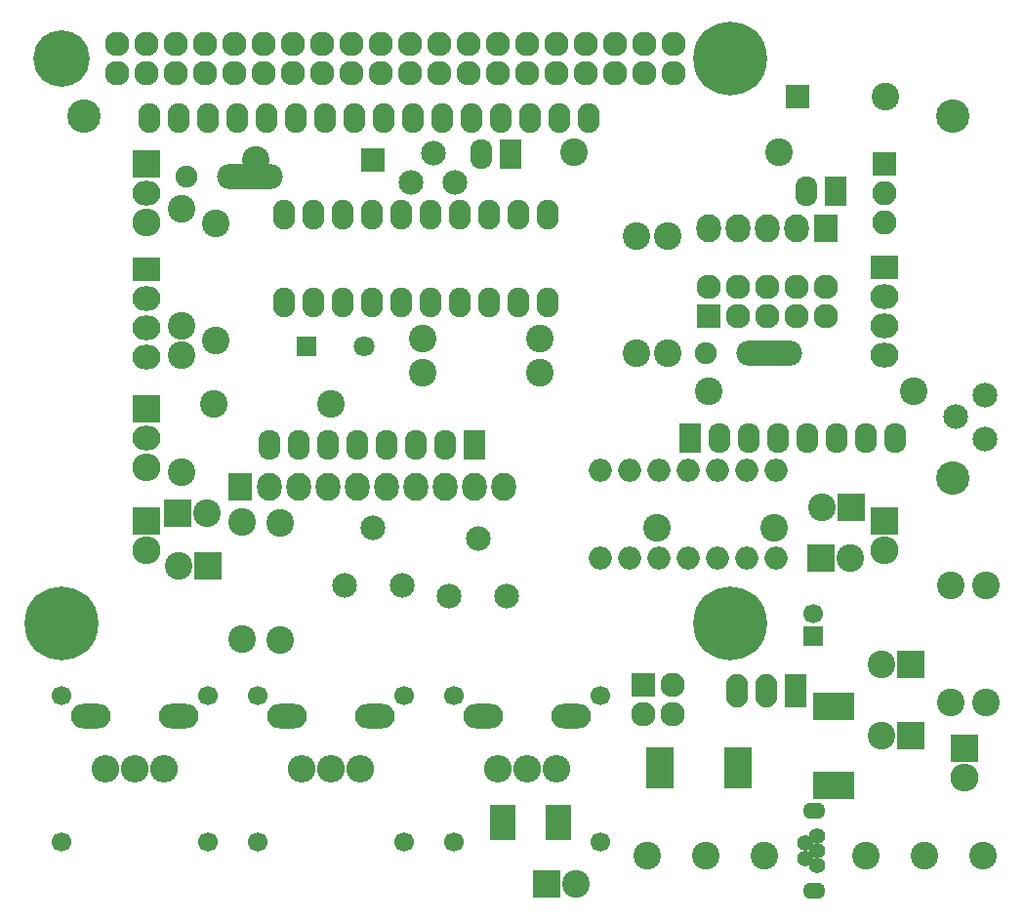
<source format=gbr>
%TF.GenerationSoftware,KiCad,Pcbnew,4.0.5*%
%TF.CreationDate,2017-05-22T14:14:15+02:00*%
%TF.ProjectId,Echtzeitsystem,456368747A65697473797374656D2E6B,1.1*%
%TF.FileFunction,Soldermask,Bot*%
%FSLAX46Y46*%
G04 Gerber Fmt 4.6, Leading zero omitted, Abs format (unit mm)*
G04 Created by KiCad (PCBNEW 4.0.5) date Mon May 22 14:14:15 2017*
%MOMM*%
%LPD*%
G01*
G04 APERTURE LIST*
%ADD10C,0.100000*%
%ADD11C,2.398980*%
%ADD12R,2.432000X2.432000*%
%ADD13C,1.900000*%
%ADD14O,5.700000X2.200000*%
%ADD15O,1.901140X2.599640*%
%ADD16C,2.900000*%
%ADD17R,2.127200X2.127200*%
%ADD18O,2.127200X2.127200*%
%ADD19R,2.398980X3.597860*%
%ADD20R,2.099260X2.099260*%
%ADD21C,6.400000*%
%ADD22C,4.900000*%
%ADD23O,2.432000X2.432000*%
%ADD24C,2.150060*%
%ADD25O,1.900000X2.900000*%
%ADD26R,1.900000X2.900000*%
%ADD27C,2.400000*%
%ADD28R,2.400000X2.400000*%
%ADD29O,2.432000X2.127200*%
%ADD30R,2.432000X2.127200*%
%ADD31C,1.700000*%
%ADD32R,1.700000X1.700000*%
%ADD33O,3.448000X2.127200*%
%ADD34O,2.400000X2.400000*%
%ADD35O,2.000000X2.000000*%
%ADD36R,2.127200X2.432000*%
%ADD37O,2.127200X2.432000*%
%ADD38C,1.800000*%
%ADD39R,1.800000X1.800000*%
%ADD40R,1.924000X2.597100*%
%ADD41O,1.924000X2.597100*%
%ADD42R,2.200860X3.100020*%
%ADD43R,1.924000X2.599640*%
%ADD44O,1.924000X2.599640*%
%ADD45R,2.100000X2.100000*%
%ADD46O,2.100000X2.100000*%
%ADD47C,1.400000*%
%ADD48O,1.950000X1.400000*%
%ADD49R,3.597860X2.398980*%
G04 APERTURE END LIST*
D10*
D11*
X168200000Y-134500000D03*
D12*
X165660000Y-134500000D03*
D13*
X179500000Y-88400000D03*
D14*
X185000000Y-88400000D03*
D15*
X169350000Y-68050000D03*
X166810000Y-68050000D03*
X164270000Y-68050000D03*
X161730000Y-68050000D03*
X159190000Y-68050000D03*
X156650000Y-68050000D03*
X154110000Y-68050000D03*
X151570000Y-68050000D03*
X149030000Y-68050000D03*
X146490000Y-68050000D03*
X143950000Y-68050000D03*
X141410000Y-68050000D03*
X138870000Y-68050000D03*
X136330000Y-68050000D03*
X133790000Y-68050000D03*
X131250000Y-68050000D03*
D16*
X200950000Y-99250000D03*
X200950000Y-67850000D03*
X125550000Y-67850000D03*
D17*
X179790000Y-85220000D03*
D18*
X179790000Y-82680000D03*
X182330000Y-85220000D03*
X182330000Y-82680000D03*
X184870000Y-85220000D03*
X184870000Y-82680000D03*
X187410000Y-85220000D03*
X187410000Y-82680000D03*
X189950000Y-85220000D03*
X189950000Y-82680000D03*
D19*
X182298520Y-124400000D03*
X175501480Y-124400000D03*
D20*
X150630000Y-71650000D03*
D11*
X140470000Y-71650000D03*
D21*
X181600000Y-111850000D03*
D22*
X123600000Y-62850000D03*
D21*
X123600000Y-111850000D03*
D23*
X201900000Y-125240000D03*
D12*
X201900000Y-122700000D03*
D11*
X203580000Y-132000000D03*
X198500000Y-132000000D03*
X193420000Y-132000000D03*
X184580000Y-132000000D03*
X179500000Y-132000000D03*
X174420000Y-132000000D03*
D24*
X162249360Y-109499360D03*
X159750000Y-104500640D03*
X157250640Y-109499360D03*
X153149360Y-108549360D03*
X150650000Y-103550640D03*
X148150640Y-108549360D03*
D18*
X176730000Y-61580000D03*
X176730000Y-64120000D03*
X174190000Y-61580000D03*
X174190000Y-64120000D03*
X171650000Y-61580000D03*
X171650000Y-64120000D03*
X169110000Y-61580000D03*
X169110000Y-64120000D03*
X166570000Y-61580000D03*
X166570000Y-64120000D03*
X164030000Y-61580000D03*
X164030000Y-64120000D03*
X161490000Y-61580000D03*
X161490000Y-64120000D03*
X158950000Y-61580000D03*
X158950000Y-64120000D03*
X156410000Y-61580000D03*
X156410000Y-64120000D03*
X153870000Y-61580000D03*
X153870000Y-64120000D03*
X151330000Y-61580000D03*
X151330000Y-64120000D03*
X148790000Y-61580000D03*
X148790000Y-64120000D03*
X146250000Y-61580000D03*
X146250000Y-64120000D03*
X143710000Y-61580000D03*
X143710000Y-64120000D03*
X141170000Y-61580000D03*
X141170000Y-64120000D03*
X138630000Y-61580000D03*
X138630000Y-64120000D03*
X136090000Y-61580000D03*
X136090000Y-64120000D03*
X133550000Y-61580000D03*
X133550000Y-64120000D03*
X131010000Y-61580000D03*
X131010000Y-64120000D03*
X128470000Y-61580000D03*
X128470000Y-64120000D03*
D25*
X182220000Y-117700000D03*
X184760000Y-117700000D03*
D26*
X187300000Y-117700000D03*
D11*
X185890000Y-71000000D03*
X168110000Y-71000000D03*
X197540000Y-91700000D03*
X179760000Y-91700000D03*
D15*
X142920000Y-76440000D03*
X145460000Y-76440000D03*
X148000000Y-76440000D03*
X150540000Y-76440000D03*
X153080000Y-76440000D03*
X155620000Y-76440000D03*
X158160000Y-76440000D03*
X160700000Y-76440000D03*
X163240000Y-76440000D03*
X165780000Y-76440000D03*
X165780000Y-84060000D03*
X163240000Y-84060000D03*
X160700000Y-84060000D03*
X158160000Y-84060000D03*
X155620000Y-84060000D03*
X153080000Y-84060000D03*
X150540000Y-84060000D03*
X148000000Y-84060000D03*
X145460000Y-84060000D03*
X142920000Y-84060000D03*
D27*
X194760000Y-115400000D03*
D28*
X197300000Y-115400000D03*
D27*
X133760000Y-106900000D03*
D28*
X136300000Y-106900000D03*
X133700000Y-102300000D03*
D27*
X136240000Y-102300000D03*
X192040000Y-106200000D03*
D28*
X189500000Y-106200000D03*
X192100000Y-101800000D03*
D27*
X189560000Y-101800000D03*
D12*
X131000000Y-93270000D03*
D29*
X131000000Y-95810000D03*
D23*
X131000000Y-98350000D03*
D11*
X175300000Y-103600000D03*
X185460000Y-103600000D03*
X139300000Y-113200000D03*
X139300000Y-103040000D03*
X154950000Y-90150000D03*
X165110000Y-90150000D03*
X154950000Y-87150000D03*
X165110000Y-87150000D03*
X203800000Y-108600000D03*
X203800000Y-118760000D03*
D29*
X131000000Y-88750000D03*
X131000000Y-86210000D03*
X131000000Y-83670000D03*
D30*
X131000000Y-81130000D03*
D18*
X176640000Y-119740000D03*
X174100000Y-119740000D03*
X176640000Y-117200000D03*
D17*
X174100000Y-117200000D03*
D31*
X188850000Y-111000000D03*
D32*
X188850000Y-113000000D03*
D12*
X131000000Y-72000000D03*
D29*
X131000000Y-74540000D03*
D23*
X131000000Y-77080000D03*
D12*
X131000000Y-102960000D03*
D23*
X131000000Y-105500000D03*
X195000000Y-105540000D03*
D12*
X195000000Y-103000000D03*
D31*
X136350000Y-130850000D03*
X136350000Y-118150000D03*
X123650000Y-118150000D03*
X123650000Y-130850000D03*
D33*
X133810000Y-119928000D03*
X126190000Y-119928000D03*
D34*
X127460000Y-124500000D03*
X132540000Y-124500000D03*
X130000000Y-124500000D03*
D31*
X170350000Y-130850000D03*
X170350000Y-118150000D03*
X157650000Y-118150000D03*
X157650000Y-130850000D03*
D33*
X167810000Y-119928000D03*
X160190000Y-119928000D03*
D34*
X161460000Y-124500000D03*
X166540000Y-124500000D03*
X164000000Y-124500000D03*
D31*
X153350000Y-130850000D03*
X153350000Y-118150000D03*
X140650000Y-118150000D03*
X140650000Y-130850000D03*
D33*
X150810000Y-119928000D03*
X143190000Y-119928000D03*
D34*
X144460000Y-124500000D03*
X149540000Y-124500000D03*
X147000000Y-124500000D03*
D35*
X185600000Y-106220000D03*
X183060000Y-106220000D03*
X180520000Y-106220000D03*
X177980000Y-106220000D03*
X175440000Y-106220000D03*
X172900000Y-106220000D03*
X170360000Y-106220000D03*
X170360000Y-98600000D03*
X172900000Y-98600000D03*
X175440000Y-98600000D03*
X177980000Y-98600000D03*
X180520000Y-98600000D03*
X183060000Y-98600000D03*
X185600000Y-98600000D03*
D36*
X139100000Y-100000000D03*
D37*
X141640000Y-100000000D03*
X144180000Y-100000000D03*
X146720000Y-100000000D03*
X149260000Y-100000000D03*
X151800000Y-100000000D03*
X154340000Y-100000000D03*
X156880000Y-100000000D03*
X159420000Y-100000000D03*
X161960000Y-100000000D03*
D38*
X149900000Y-87850000D03*
D39*
X144900000Y-87850000D03*
D29*
X195000000Y-88620000D03*
X195000000Y-86080000D03*
X195000000Y-83540000D03*
D30*
X195000000Y-81000000D03*
D37*
X179790000Y-77600000D03*
X182330000Y-77600000D03*
X184870000Y-77600000D03*
X187410000Y-77600000D03*
D36*
X189950000Y-77600000D03*
D40*
X178158000Y-95814000D03*
D41*
X180698000Y-95814000D03*
X183238000Y-95814000D03*
X185778000Y-95814000D03*
X188318000Y-95814000D03*
X190858000Y-95814000D03*
X193398000Y-95814000D03*
X195938000Y-95814000D03*
D40*
X159420000Y-96400000D03*
D41*
X156880000Y-96400000D03*
X154340000Y-96400000D03*
X151800000Y-96400000D03*
X149260000Y-96400000D03*
X146720000Y-96400000D03*
X144180000Y-96400000D03*
X141640000Y-96400000D03*
D27*
X194760000Y-121600000D03*
D28*
X197300000Y-121600000D03*
D11*
X200750000Y-118760000D03*
X200750000Y-108600000D03*
D42*
X166720300Y-129170000D03*
X161919700Y-129170000D03*
D11*
X142570000Y-113320000D03*
X142570000Y-103160000D03*
D43*
X162590000Y-71120000D03*
D44*
X160050000Y-71120000D03*
D43*
X190770000Y-74400000D03*
D44*
X188230000Y-74400000D03*
D24*
X157765000Y-73575000D03*
X155860000Y-71035000D03*
X153955000Y-73575000D03*
X203705000Y-92055000D03*
X201165000Y-93960000D03*
X203705000Y-95865000D03*
D21*
X181600000Y-62850000D03*
D45*
X195000000Y-72000000D03*
D46*
X195000000Y-74540000D03*
X195000000Y-77080000D03*
D13*
X134450000Y-73100000D03*
D14*
X139950000Y-73100000D03*
D20*
X187440000Y-66150000D03*
D11*
X195060000Y-66150000D03*
D47*
X189120000Y-130300000D03*
X189120000Y-132900000D03*
X188120000Y-130950000D03*
X188120000Y-132250000D03*
X189120000Y-131600000D03*
D48*
X188900000Y-135100000D03*
X188900000Y-128100000D03*
D49*
X190600000Y-125898520D03*
X190600000Y-119101480D03*
D11*
X176200000Y-78240000D03*
X176200000Y-88400000D03*
X173500000Y-78240000D03*
X173500000Y-88400000D03*
X134000000Y-98760000D03*
X134000000Y-88600000D03*
X146960000Y-92800000D03*
X136800000Y-92800000D03*
X134000000Y-75940000D03*
X134000000Y-86100000D03*
X137000000Y-77140000D03*
X137000000Y-87300000D03*
M02*

</source>
